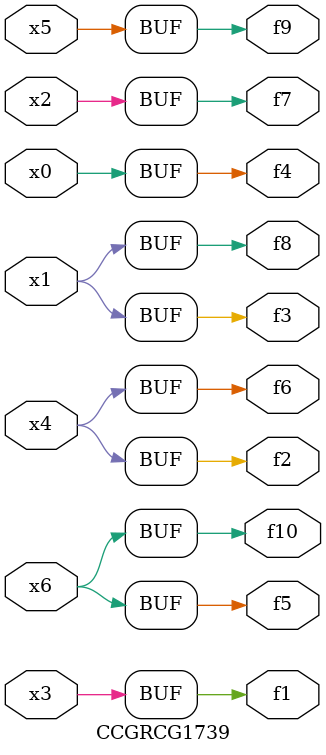
<source format=v>
module CCGRCG1739(
	input x0, x1, x2, x3, x4, x5, x6,
	output f1, f2, f3, f4, f5, f6, f7, f8, f9, f10
);
	assign f1 = x3;
	assign f2 = x4;
	assign f3 = x1;
	assign f4 = x0;
	assign f5 = x6;
	assign f6 = x4;
	assign f7 = x2;
	assign f8 = x1;
	assign f9 = x5;
	assign f10 = x6;
endmodule

</source>
